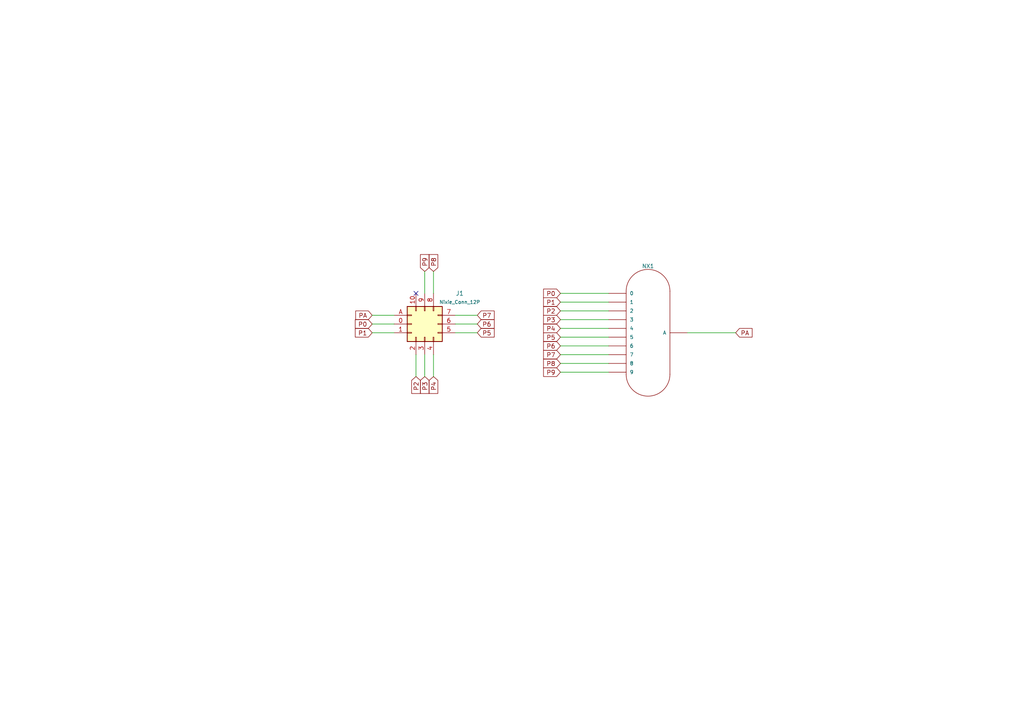
<source format=kicad_sch>
(kicad_sch (version 20230121) (generator eeschema)
  (paper "A4")
  (title_block (title "OpenNixie") (date "2023-02-15") (rev "v3.0"))
  (lib_symbols
    (symbol "Nixie_Clock:Nixie_Conn_12P" (pin_names (offset 1.016) hide)
      (property "Reference" "J" (at 19.05 1.27 0))
      (property "Value" "Nixie_Conn_12P" (at 19.05 -1.27 0))
      (symbol "Nixie_Conn_12P_1_1"
        (rectangle (start -5.08 -2.413) (end -3.81 -2.667) (stroke (width 0.1524)))
        (rectangle (start -5.08 0.127) (end -3.81 -0.127) (stroke (width 0.1524)))
        (rectangle (start -5.08 2.667) (end -3.81 2.413) (stroke (width 0.1524)))
        (rectangle (start -5.08 5.08) (end 5.08 -5.08) (stroke (width 0.254)) (fill (type background)))
        (rectangle (start -2.413 -3.81) (end -2.667 -5.08) (stroke (width 0.1524)))
        (rectangle (start -2.413 5.08) (end -2.667 3.81) (stroke (width 0.1524)))
        (rectangle (start 0.127 -3.81) (end -0.127 -5.08) (stroke (width 0.1524)))
        (rectangle (start 0.127 5.08) (end -0.127 3.81) (stroke (width 0.1524)))
        (rectangle (start 2.667 -3.81) (end 2.413 -5.08) (stroke (width 0.1524)))
        (rectangle (start 2.667 5.08) (end 2.413 3.81) (stroke (width 0.1524)))
        (rectangle (start 5.08 -2.667) (end 3.81 -2.413) (stroke (width 0.1524)))
        (rectangle (start 5.08 -0.127) (end 3.81 0.127) (stroke (width 0.1524)))
        (rectangle (start 5.08 2.413) (end 3.81 2.667) (stroke (width 0.1524)))
        (pin bidirectional line (at -8.89 0 0) (length 3.81) (name "0") (number "0"))
        (pin bidirectional line (at -8.89 -2.54 0) (length 3.81) (name "1") (number "1"))
        (pin bidirectional line (at -2.54 8.89 270) (length 3.81) (name "10") (number "10"))
        (pin bidirectional line (at -2.54 -8.89 90) (length 3.81) (name "2") (number "2"))
        (pin passive line (at 0 -8.89 90) (length 3.81) (name "3") (number "3"))
        (pin bidirectional line (at 2.54 -8.89 90) (length 3.81) (name "4") (number "4"))
        (pin bidirectional line (at 8.89 -2.54 180) (length 3.81) (name "5") (number "5"))
        (pin bidirectional line (at 8.89 0 180) (length 3.81) (name "6") (number "6"))
        (pin bidirectional line (at 8.89 2.54 180) (length 3.81) (name "7") (number "7"))
        (pin bidirectional line (at 2.54 8.89 270) (length 3.81) (name "8") (number "8"))
        (pin bidirectional line (at 0 8.89 270) (length 3.81) (name "9") (number "9"))
        (pin bidirectional line (at -8.89 2.54 0) (length 3.81) (name "A") (number "A"))
      )
    )
    (symbol "Nixie_Clock:QS27-1" (pin_numbers hide) (pin_names (offset 1.016))
      (property "Reference" "NX" (at -5.715 19.685 0))
      (symbol "QS27-1_1_0"
        (polyline (pts (xy -7.62 -12.065) (xy -7.62 12.065)))
        (polyline (pts (xy 5.08 -12.065) (xy 5.08 12.065)))
      )
      (symbol "QS27-1_1_1"
        (arc (start -7.62 -12.065) (mid -1.27 -18.3874) (end 5.08 -12.065))
        (arc (start 5.08 12.065) (mid -1.27 18.3874) (end -7.62 12.065))
        (pin bidirectional line (at -12.7 11.43 0) (length 5.08) (name "0") (number "0"))
        (pin bidirectional line (at -12.7 8.89 0) (length 5.08) (name "1") (number "1"))
        (pin bidirectional line (at -12.7 6.35 0) (length 5.08) (name "2") (number "2"))
        (pin bidirectional line (at -12.7 3.81 0) (length 5.08) (name "3") (number "3"))
        (pin bidirectional line (at -12.7 1.27 0) (length 5.08) (name "4") (number "4"))
        (pin bidirectional line (at -12.7 -1.27 0) (length 5.08) (name "5") (number "5"))
        (pin bidirectional line (at -12.7 -3.81 0) (length 5.08) (name "6") (number "6"))
        (pin bidirectional line (at -12.7 -6.35 0) (length 5.08) (name "7") (number "7"))
        (pin bidirectional line (at -12.7 -8.89 0) (length 5.08) (name "8") (number "8"))
        (pin bidirectional line (at -12.7 -11.43 0) (length 5.08) (name "9") (number "9"))
        (pin bidirectional line (at 10.16 0 180) (length 5.08) (name "A") (number "A"))
      )
    )
  )
  (no_connect (at 120.65 85.09))
  (wire (pts (xy 162.56 97.79) (xy 176.53 97.79)))
  (wire (pts (xy 138.43 96.52) (xy 132.08 96.52)))
  (wire (pts (xy 162.56 90.17) (xy 176.53 90.17)))
  (wire (pts (xy 162.56 87.63) (xy 176.53 87.63)))
  (wire (pts (xy 120.65 102.87) (xy 120.65 109.22)))
  (wire (pts (xy 125.73 78.74) (xy 125.73 85.09)))
  (wire (pts (xy 162.56 95.25) (xy 176.53 95.25)))
  (wire (pts (xy 114.3 91.44) (xy 107.95 91.44)))
  (wire (pts (xy 125.73 102.87) (xy 125.73 109.22)))
  (wire (pts (xy 162.56 92.71) (xy 176.53 92.71)))
  (wire (pts (xy 107.95 96.52) (xy 114.3 96.52)))
  (wire (pts (xy 138.43 91.44) (xy 132.08 91.44)))
  (wire (pts (xy 162.56 100.33) (xy 176.53 100.33)))
  (wire (pts (xy 123.19 78.74) (xy 123.19 85.09)))
  (wire (pts (xy 162.56 85.09) (xy 176.53 85.09)))
  (wire (pts (xy 162.56 107.95) (xy 176.53 107.95)))
  (wire (pts (xy 138.43 93.98) (xy 132.08 93.98)))
  (wire (pts (xy 199.39 96.52) (xy 213.36 96.52)))
  (wire (pts (xy 123.19 102.87) (xy 123.19 109.22)))
  (wire (pts (xy 162.56 105.41) (xy 176.53 105.41)))
  (wire (pts (xy 107.95 93.98) (xy 114.3 93.98)))
  (wire (pts (xy 162.56 102.87) (xy 176.53 102.87)))
  (global_label "P5" (shape input) (at 162.56 97.79 180) (property "Intersheetrefs" "${INTERSHEET_REFS}" (effects hide)))
  (global_label "P2" (shape input) (at 162.56 90.17 180) (property "Intersheetrefs" "${INTERSHEET_REFS}" (effects hide)))
  (global_label "P7" (shape input) (at 138.43 91.44 0) (property "Intersheetrefs" "${INTERSHEET_REFS}" (effects hide)))
  (global_label "P6" (shape input) (at 162.56 100.33 180) (property "Intersheetrefs" "${INTERSHEET_REFS}" (effects hide)))
  (global_label "P4" (shape input) (at 162.56 95.25 180) (property "Intersheetrefs" "${INTERSHEET_REFS}" (effects hide)))
  (global_label "P0" (shape input) (at 162.56 85.09 180) (property "Intersheetrefs" "${INTERSHEET_REFS}" (effects hide)))
  (global_label "P3" (shape input) (at 123.19 109.22 270) (property "Intersheetrefs" "${INTERSHEET_REFS}" (effects hide)))
  (global_label "P9" (shape input) (at 162.56 107.95 180) (property "Intersheetrefs" "${INTERSHEET_REFS}" (effects hide)))
  (global_label "P5" (shape input) (at 138.43 96.52 0) (property "Intersheetrefs" "${INTERSHEET_REFS}" (effects hide)))
  (global_label "P3" (shape input) (at 162.56 92.71 180) (property "Intersheetrefs" "${INTERSHEET_REFS}" (effects hide)))
  (global_label "P8" (shape input) (at 125.73 78.74 90) (property "Intersheetrefs" "${INTERSHEET_REFS}" (effects hide)))
  (global_label "P9" (shape input) (at 123.19 78.74 90) (property "Intersheetrefs" "${INTERSHEET_REFS}" (effects hide)))
  (global_label "P2" (shape input) (at 120.65 109.22 270) (property "Intersheetrefs" "${INTERSHEET_REFS}" (effects hide)))
  (global_label "P1" (shape input) (at 162.56 87.63 180) (property "Intersheetrefs" "${INTERSHEET_REFS}" (effects hide)))
  (global_label "PA" (shape input) (at 107.95 91.44 180) (property "Intersheetrefs" "${INTERSHEET_REFS}" (effects hide)))
  (global_label "PA" (shape input) (at 213.36 96.52 0) (property "Intersheetrefs" "${INTERSHEET_REFS}" (effects hide)))
  (global_label "P1" (shape input) (at 107.95 96.52 180) (property "Intersheetrefs" "${INTERSHEET_REFS}" (effects hide)))
  (global_label "P4" (shape input) (at 125.73 109.22 270) (property "Intersheetrefs" "${INTERSHEET_REFS}" (effects hide)))
  (global_label "P7" (shape input) (at 162.56 102.87 180) (property "Intersheetrefs" "${INTERSHEET_REFS}" (effects hide)))
  (global_label "P8" (shape input) (at 162.56 105.41 180) (property "Intersheetrefs" "${INTERSHEET_REFS}" (effects hide)))
  (global_label "P6" (shape input) (at 138.43 93.98 0) (property "Intersheetrefs" "${INTERSHEET_REFS}" (effects hide)))
  (global_label "P0" (shape input) (at 107.95 93.98 180) (property "Intersheetrefs" "${INTERSHEET_REFS}" (effects hide)))
  (symbol (lib_id "Nixie_Clock:QS27-1") (at 189.23 96.52 0) (unit 1)
    (property "Reference" "NX1" (at 187.96 77.1907 0) (effects (font (size 1.143 1.143))))
    (property "Value" "QS27-1" (effects hide))
    (property "Footprint" "Nixie_Clock:QS27-1" (effects hide))
  )
  (symbol (lib_id "Nixie_Clock:Nixie_Conn_12P") (at 123.19 93.98 0) (unit 1)
    (property "Reference" "J1" (at 133.35 85.09 0))
    (property "Value" "Nixie_Conn_12P" (at 133.35 87.63 0) (effects (font (size 0.9906 0.9906))))
    (property "Footprint" "Nixie_Clock:Nixie_Conn_12P" (effects hide))
  )
)
</source>
